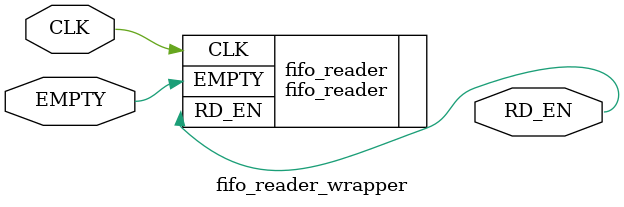
<source format=v>
`timescale 1ns / 1ps


module fifo_reader_wrapper(
    input  wire CLK,
    input  wire EMPTY,
    output wire RD_EN
  );
  fifo_reader fifo_reader(
    .CLK(CLK),
    .EMPTY(EMPTY),
    .RD_EN(RD_EN)
  );
endmodule

</source>
